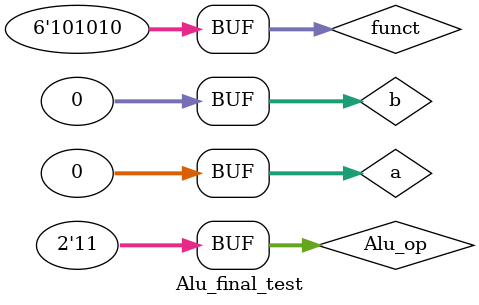
<source format=v>
`timescale 1ns / 1ps


module Alu_final_test;

	// Inputs
	reg [31:0] a;
	reg [31:0] b;
	reg [1:0] Alu_op;
	reg [5:0] funct;

	// Outputs
	wire zero;
	wire [31:0] result;

	// Instantiate the Unit Under Test (UUT)
	Alu_final uut (
		.a(a), 
		.b(b), 
		.Alu_op(Alu_op), 
		.funct(funct), 
		.zero(zero), 
		.result(result)
	);

	initial begin
		// Initialize Inputs
		a = 0;
		b = 0;
		Alu_op = 0;
		funct = 0;

		// Wait 100 ns for global reset to finish
		#100;
        
		// Add stimulus here

		a = 25;
		b = 23;
		Alu_op = 0;
		funct = 6'b10010;
		#100;
		
		a = 57;
		b = 23;
		Alu_op = 1;
		funct = 6'b100000;
		#100;
		
		a = 20;
		b = 20;
		Alu_op = 3;
		funct = 6'b100000;
		#100;
		
		a = 35;
		b = 35;
		Alu_op = 3;
		funct = 6'b100010;
		#100;
		
		a = 3;
		b = 3;
		Alu_op = 3;
		funct = 6'b100100;
		#100;
		
		a = 0;
		b = 0;
		Alu_op = 3;
		funct = 6'b100101;
		#100;
		
		a = 0;
		b = 0;
		Alu_op = 3;
		funct = 6'b101010;
		#100;
		
	end
      
endmodule


</source>
